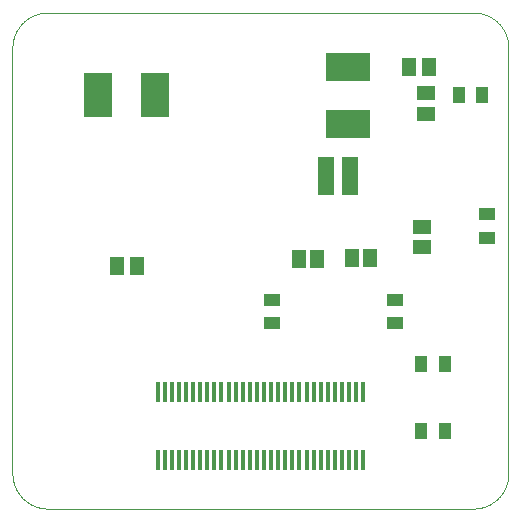
<source format=gbp>
G75*
%MOIN*%
%OFA0B0*%
%FSLAX25Y25*%
%IPPOS*%
%LPD*%
%AMOC8*
5,1,8,0,0,1.08239X$1,22.5*
%
%ADD10C,0.00000*%
%ADD11R,0.05118X0.05906*%
%ADD12R,0.05906X0.05118*%
%ADD13R,0.09300X0.15000*%
%ADD14R,0.15000X0.09300*%
%ADD15R,0.05700X0.12600*%
%ADD16R,0.04331X0.05512*%
%ADD17R,0.05512X0.04331*%
%ADD18R,0.04600X0.06300*%
%ADD19R,0.01378X0.06693*%
D10*
X0001500Y0013311D02*
X0001500Y0155043D01*
X0001503Y0155328D01*
X0001514Y0155614D01*
X0001531Y0155899D01*
X0001555Y0156183D01*
X0001586Y0156467D01*
X0001624Y0156750D01*
X0001669Y0157031D01*
X0001720Y0157312D01*
X0001778Y0157592D01*
X0001843Y0157870D01*
X0001915Y0158146D01*
X0001993Y0158420D01*
X0002078Y0158693D01*
X0002170Y0158963D01*
X0002268Y0159231D01*
X0002372Y0159497D01*
X0002483Y0159760D01*
X0002600Y0160020D01*
X0002723Y0160278D01*
X0002853Y0160532D01*
X0002989Y0160783D01*
X0003130Y0161031D01*
X0003278Y0161275D01*
X0003431Y0161516D01*
X0003591Y0161752D01*
X0003756Y0161985D01*
X0003926Y0162214D01*
X0004102Y0162439D01*
X0004284Y0162659D01*
X0004470Y0162875D01*
X0004662Y0163086D01*
X0004859Y0163293D01*
X0005061Y0163495D01*
X0005268Y0163692D01*
X0005479Y0163884D01*
X0005695Y0164070D01*
X0005915Y0164252D01*
X0006140Y0164428D01*
X0006369Y0164598D01*
X0006602Y0164763D01*
X0006838Y0164923D01*
X0007079Y0165076D01*
X0007323Y0165224D01*
X0007571Y0165365D01*
X0007822Y0165501D01*
X0008076Y0165631D01*
X0008334Y0165754D01*
X0008594Y0165871D01*
X0008857Y0165982D01*
X0009123Y0166086D01*
X0009391Y0166184D01*
X0009661Y0166276D01*
X0009934Y0166361D01*
X0010208Y0166439D01*
X0010484Y0166511D01*
X0010762Y0166576D01*
X0011042Y0166634D01*
X0011323Y0166685D01*
X0011604Y0166730D01*
X0011887Y0166768D01*
X0012171Y0166799D01*
X0012455Y0166823D01*
X0012740Y0166840D01*
X0013026Y0166851D01*
X0013311Y0166854D01*
X0155043Y0166854D01*
X0155328Y0166851D01*
X0155614Y0166840D01*
X0155899Y0166823D01*
X0156183Y0166799D01*
X0156467Y0166768D01*
X0156750Y0166730D01*
X0157031Y0166685D01*
X0157312Y0166634D01*
X0157592Y0166576D01*
X0157870Y0166511D01*
X0158146Y0166439D01*
X0158420Y0166361D01*
X0158693Y0166276D01*
X0158963Y0166184D01*
X0159231Y0166086D01*
X0159497Y0165982D01*
X0159760Y0165871D01*
X0160020Y0165754D01*
X0160278Y0165631D01*
X0160532Y0165501D01*
X0160783Y0165365D01*
X0161031Y0165224D01*
X0161275Y0165076D01*
X0161516Y0164923D01*
X0161752Y0164763D01*
X0161985Y0164598D01*
X0162214Y0164428D01*
X0162439Y0164252D01*
X0162659Y0164070D01*
X0162875Y0163884D01*
X0163086Y0163692D01*
X0163293Y0163495D01*
X0163495Y0163293D01*
X0163692Y0163086D01*
X0163884Y0162875D01*
X0164070Y0162659D01*
X0164252Y0162439D01*
X0164428Y0162214D01*
X0164598Y0161985D01*
X0164763Y0161752D01*
X0164923Y0161516D01*
X0165076Y0161275D01*
X0165224Y0161031D01*
X0165365Y0160783D01*
X0165501Y0160532D01*
X0165631Y0160278D01*
X0165754Y0160020D01*
X0165871Y0159760D01*
X0165982Y0159497D01*
X0166086Y0159231D01*
X0166184Y0158963D01*
X0166276Y0158693D01*
X0166361Y0158420D01*
X0166439Y0158146D01*
X0166511Y0157870D01*
X0166576Y0157592D01*
X0166634Y0157312D01*
X0166685Y0157031D01*
X0166730Y0156750D01*
X0166768Y0156467D01*
X0166799Y0156183D01*
X0166823Y0155899D01*
X0166840Y0155614D01*
X0166851Y0155328D01*
X0166854Y0155043D01*
X0166854Y0013311D01*
X0166851Y0013026D01*
X0166840Y0012740D01*
X0166823Y0012455D01*
X0166799Y0012171D01*
X0166768Y0011887D01*
X0166730Y0011604D01*
X0166685Y0011323D01*
X0166634Y0011042D01*
X0166576Y0010762D01*
X0166511Y0010484D01*
X0166439Y0010208D01*
X0166361Y0009934D01*
X0166276Y0009661D01*
X0166184Y0009391D01*
X0166086Y0009123D01*
X0165982Y0008857D01*
X0165871Y0008594D01*
X0165754Y0008334D01*
X0165631Y0008076D01*
X0165501Y0007822D01*
X0165365Y0007571D01*
X0165224Y0007323D01*
X0165076Y0007079D01*
X0164923Y0006838D01*
X0164763Y0006602D01*
X0164598Y0006369D01*
X0164428Y0006140D01*
X0164252Y0005915D01*
X0164070Y0005695D01*
X0163884Y0005479D01*
X0163692Y0005268D01*
X0163495Y0005061D01*
X0163293Y0004859D01*
X0163086Y0004662D01*
X0162875Y0004470D01*
X0162659Y0004284D01*
X0162439Y0004102D01*
X0162214Y0003926D01*
X0161985Y0003756D01*
X0161752Y0003591D01*
X0161516Y0003431D01*
X0161275Y0003278D01*
X0161031Y0003130D01*
X0160783Y0002989D01*
X0160532Y0002853D01*
X0160278Y0002723D01*
X0160020Y0002600D01*
X0159760Y0002483D01*
X0159497Y0002372D01*
X0159231Y0002268D01*
X0158963Y0002170D01*
X0158693Y0002078D01*
X0158420Y0001993D01*
X0158146Y0001915D01*
X0157870Y0001843D01*
X0157592Y0001778D01*
X0157312Y0001720D01*
X0157031Y0001669D01*
X0156750Y0001624D01*
X0156467Y0001586D01*
X0156183Y0001555D01*
X0155899Y0001531D01*
X0155614Y0001514D01*
X0155328Y0001503D01*
X0155043Y0001500D01*
X0013311Y0001500D01*
X0013026Y0001503D01*
X0012740Y0001514D01*
X0012455Y0001531D01*
X0012171Y0001555D01*
X0011887Y0001586D01*
X0011604Y0001624D01*
X0011323Y0001669D01*
X0011042Y0001720D01*
X0010762Y0001778D01*
X0010484Y0001843D01*
X0010208Y0001915D01*
X0009934Y0001993D01*
X0009661Y0002078D01*
X0009391Y0002170D01*
X0009123Y0002268D01*
X0008857Y0002372D01*
X0008594Y0002483D01*
X0008334Y0002600D01*
X0008076Y0002723D01*
X0007822Y0002853D01*
X0007571Y0002989D01*
X0007323Y0003130D01*
X0007079Y0003278D01*
X0006838Y0003431D01*
X0006602Y0003591D01*
X0006369Y0003756D01*
X0006140Y0003926D01*
X0005915Y0004102D01*
X0005695Y0004284D01*
X0005479Y0004470D01*
X0005268Y0004662D01*
X0005061Y0004859D01*
X0004859Y0005061D01*
X0004662Y0005268D01*
X0004470Y0005479D01*
X0004284Y0005695D01*
X0004102Y0005915D01*
X0003926Y0006140D01*
X0003756Y0006369D01*
X0003591Y0006602D01*
X0003431Y0006838D01*
X0003278Y0007079D01*
X0003130Y0007323D01*
X0002989Y0007571D01*
X0002853Y0007822D01*
X0002723Y0008076D01*
X0002600Y0008334D01*
X0002483Y0008594D01*
X0002372Y0008857D01*
X0002268Y0009123D01*
X0002170Y0009391D01*
X0002078Y0009661D01*
X0001993Y0009934D01*
X0001915Y0010208D01*
X0001843Y0010484D01*
X0001778Y0010762D01*
X0001720Y0011042D01*
X0001669Y0011323D01*
X0001624Y0011604D01*
X0001586Y0011887D01*
X0001555Y0012171D01*
X0001531Y0012455D01*
X0001514Y0012740D01*
X0001503Y0013026D01*
X0001500Y0013311D01*
D11*
X0036343Y0082209D03*
X0043035Y0082209D03*
X0133587Y0148744D03*
X0140280Y0148744D03*
D12*
X0139295Y0139886D03*
X0139295Y0133193D03*
X0138114Y0095398D03*
X0138114Y0088705D03*
D13*
X0049189Y0139295D03*
X0030189Y0139295D03*
D14*
X0113311Y0129795D03*
X0113311Y0148795D03*
D15*
X0114161Y0112248D03*
X0106161Y0112248D03*
D16*
X0150319Y0139295D03*
X0158193Y0139295D03*
X0145594Y0049531D03*
X0137720Y0049531D03*
X0137720Y0027484D03*
X0145594Y0027484D03*
D17*
X0129059Y0063311D03*
X0129059Y0071185D03*
X0159768Y0091657D03*
X0159768Y0099531D03*
X0088114Y0071185D03*
X0088114Y0063311D03*
D18*
X0096925Y0084571D03*
X0102925Y0084571D03*
X0114642Y0084965D03*
X0120642Y0084965D03*
D19*
X0118429Y0040280D03*
X0116067Y0040280D03*
X0113705Y0040280D03*
X0111343Y0040280D03*
X0108980Y0040280D03*
X0106618Y0040280D03*
X0104256Y0040280D03*
X0101894Y0040280D03*
X0099531Y0040280D03*
X0097169Y0040280D03*
X0094807Y0040280D03*
X0092445Y0040280D03*
X0090083Y0040280D03*
X0087720Y0040280D03*
X0085358Y0040280D03*
X0082996Y0040280D03*
X0080634Y0040280D03*
X0078272Y0040280D03*
X0075909Y0040280D03*
X0073547Y0040280D03*
X0071185Y0040280D03*
X0068823Y0040280D03*
X0066461Y0040280D03*
X0064098Y0040280D03*
X0061736Y0040280D03*
X0059374Y0040280D03*
X0057012Y0040280D03*
X0054650Y0040280D03*
X0052287Y0040280D03*
X0049925Y0040280D03*
X0049925Y0017839D03*
X0052287Y0017839D03*
X0054650Y0017839D03*
X0057012Y0017839D03*
X0059374Y0017839D03*
X0061736Y0017839D03*
X0064098Y0017839D03*
X0066461Y0017839D03*
X0068823Y0017839D03*
X0071185Y0017839D03*
X0073547Y0017839D03*
X0075909Y0017839D03*
X0078272Y0017839D03*
X0080634Y0017839D03*
X0082996Y0017839D03*
X0085358Y0017839D03*
X0087720Y0017839D03*
X0090083Y0017839D03*
X0092445Y0017839D03*
X0094807Y0017839D03*
X0097169Y0017839D03*
X0099531Y0017839D03*
X0101894Y0017839D03*
X0104256Y0017839D03*
X0106618Y0017839D03*
X0108980Y0017839D03*
X0111343Y0017839D03*
X0113705Y0017839D03*
X0116067Y0017839D03*
X0118429Y0017839D03*
M02*

</source>
